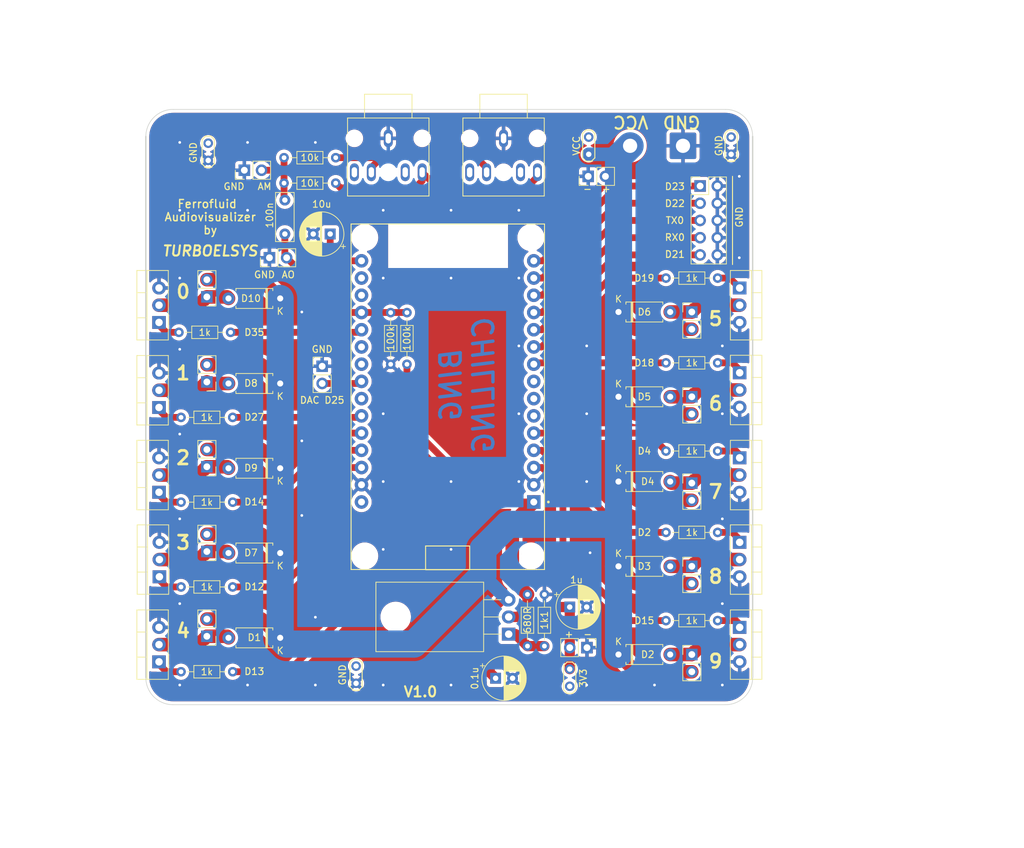
<source format=kicad_pcb>
(kicad_pcb (version 20211014) (generator pcbnew)
  (layers (0 "F.Cu" signal) (31 "B.Cu" signal) (34 "B.Paste" user) (35 "F.Paste" user) (36 "B.SilkS" user "B.Silkscreen") (37 "F.SilkS" user "F.Silkscreen") (38 "B.Mask" user) (39 "F.Mask" user) (44 "Edge.Cuts" user))
  (net 0 "")
  (net 7 "VCC")
  (net 8 "Net-(D1-Pad2)")
  (net 9 "Net-(D2-Pad2)")
  (net 10 "Net-(D3-Pad2)")
  (net 11 "Net-(D4-Pad2)")
  (net 12 "Net-(D5-Pad2)")
  (net 13 "Net-(D6-Pad2)")
  (net 14 "Net-(D7-Pad2)")
  (net 15 "/audio_R")
  (net 16 "GND")
  (net 17 "/audio_L")
  (net 18 "Net-(Q1-Pad1)")
  (net 19 "Net-(Q2-Pad1)")
  (net 20 "Net-(Q3-Pad1)")
  (net 21 "Net-(Q4-Pad1)")
  (net 22 "Net-(Q5-Pad1)")
  (net 23 "Net-(Q6-Pad1)")
  (net 24 "Net-(Q7-Pad1)")
  (net 25 "/pwm1")
  (net 26 "/pwm5")
  (net 27 "/pwm2")
  (net 28 "/pwm6")
  (net 29 "/pwm3")
  (net 30 "/pwm7")
  (net 31 "+3V3")
  (net 32 "/pwm4")
  (net 37 "Net-(R12-Pad1)")
  (net 38 "/audio_offset")
  (net 39 "/audio_mix")
  (net 40 "Net-(D8-Pad2)")
  (net 41 "Net-(D9-Pad2)")
  (net 42 "Net-(Q8-Pad1)")
  (net 43 "Net-(Q9-Pad1)")
  (net 44 "/pwm9")
  (net 45 "/pwm8")
  (net 46 "Net-(D10-Pad2)")
  (net 47 "Net-(Q10-Pad1)")
  (net 48 "/pwm10")
  (net 49 "/DAC")
  (net 53 "/D23")
  (net 54 "/D22")
  (net 55 "/TX0")
  (net 56 "/RX0")
  (net 57 "/D21")
  (net 58 "/EN")
  (footprint "Capacitor_THT:C_Rect_L7.0mm_W2.5mm_P5.00mm" (layer "F.Cu") (at 73 76 -90)
    (fp_text reference "C1")
    (fp_text value "100n")
  )
  (footprint "Capacitor_THT:CP_Radial_D6.3mm_P2.50mm" (layer "F.Cu") (at 79.68238 81 180)
    (fp_text reference "C4")
    (fp_text value "10u")
  )
  (footprint "Resistor_THT:R_Axial_DIN0204_L3.6mm_D1.6mm_P7.62mm_Horizontal" (layer "F.Cu") (at 80.5 69.75 180)
    (fp_text reference "R8")
    (fp_text value "10k")
  )
  (footprint "Resistor_THT:R_Axial_DIN0204_L3.6mm_D1.6mm_P7.62mm_Horizontal" (layer "F.Cu") (at 111.27 141.76 90)
    (fp_text reference "R12")
    (fp_text value "1k1")
  )
  (footprint "Package_TO_SOT_THT:TO-220-3_Vertical" (layer "F.Cu") (at 140.055 126.46 -90)
    (fp_text reference "Q3")
    (fp_text value "Q_NMOS_GDS")
  )
  (footprint "Connector_PinHeader_2.54mm:PinHeader_1x02_P2.54mm_Vertical" (layer "F.Cu") (at 133 130)
    (fp_text reference "J4")
    (fp_text value "magnet")
  )
  (footprint "Diode_THT:D_A-405_P7.62mm_Horizontal" (layer "F.Cu") (at 72.31 140.54 180)
    (fp_text reference "D1")
    (fp_text value "D_Small")
  )
  (footprint "TestPoint:TestPoint_2Pads_Pitch2.54mm_Drill0.8mm" (layer "F.Cu") (at 117.8 69.25 90)
    (fp_text reference "TP1")
    (fp_text value "TestPoint")
  )
  (footprint "Diode_THT:D_A-405_P7.62mm_Horizontal" (layer "F.Cu") (at 122.19 143)
    (fp_text reference "D2")
    (fp_text value "D_Small")
  )
  (footprint "Diode_THT:D_A-405_P7.62mm_Horizontal" (layer "F.Cu") (at 122.19 130)
    (fp_text reference "D3")
    (fp_text value "D_Small")
  )
  (footprint "Resistor_THT:R_Axial_DIN0204_L3.6mm_D1.6mm_P7.62mm_Horizontal" (layer "F.Cu") (at 129.19 125)
    (fp_text reference "R3")
    (fp_text value "1k")
  )
  (footprint "Package_TO_SOT_THT:TO-220-3_Vertical" (layer "F.Cu") (at 54.445 94.04 90)
    (fp_text reference "Q10")
    (fp_text value "Q_NMOS_GDS")
  )
  (footprint "TestPoint:TestPoint_2Pads_Pitch2.54mm_Drill0.8mm" (layer "F.Cu") (at 138.8 69.25 90)
    (fp_text reference "TP3")
    (fp_text value "TestPoint")
  )
  (footprint "Package_TO_SOT_THT:TO-220-3_Vertical" (layer "F.Cu") (at 140.055 114 -90)
    (fp_text reference "Q4")
    (fp_text value "Q_NMOS_GDS")
  )
  (footprint "Diode_THT:D_A-405_P7.62mm_Horizontal" (layer "F.Cu") (at 72.31 128.04 180)
    (fp_text reference "D7")
    (fp_text value "D_Small")
  )
  (footprint "Resistor_THT:R_Axial_DIN0204_L3.6mm_D1.6mm_P7.62mm_Horizontal" (layer "F.Cu") (at 91 92.59 -90)
    (fp_text reference "R9")
    (fp_text value "100k")
  )
  (footprint "TestPoint:TestPoint_2Pads_Pitch2.54mm_Drill0.8mm" (layer "F.Cu") (at 83.5 147.25 90)
    (fp_text reference "TP5")
    (fp_text value "TestPoint")
  )
  (footprint "Package_TO_SOT_THT:TO-220-3_Vertical" (layer "F.Cu") (at 140.055 88.96 -90)
    (fp_text reference "Q6")
    (fp_text value "Q_NMOS_GDS")
  )
  (footprint "SJ1-3555NG:CUI_SJ1-3555NG" (layer "F.Cu") (at 105.246 66.9 -90)
    (fp_text reference "J3")
    (fp_text value "SJ1-3555NG")
  )
  (footprint "Resistor_THT:R_Axial_DIN0204_L3.6mm_D1.6mm_P7.62mm_Horizontal" (layer "F.Cu") (at 129.19 100)
    (fp_text reference "R5")
    (fp_text value "1k")
  )
  (footprint "Connector_PinHeader_2.54mm:PinHeader_1x02_P2.54mm_Vertical" (layer "F.Cu") (at 61.5 115.315 180)
    (fp_text reference "J12")
    (fp_text value "magnet")
  )
  (footprint "Diode_THT:D_A-405_P7.62mm_Horizontal" (layer "F.Cu") (at 72.31 90.5 180)
    (fp_text reference "D10")
    (fp_text value "D_Small")
  )
  (footprint "Resistor_THT:R_Axial_DIN0204_L3.6mm_D1.6mm_P7.62mm_Horizontal" (layer "F.Cu") (at 88.6 100.21 90)
    (fp_text reference "R10")
    (fp_text value "100k")
  )
  (footprint "Package_TO_SOT_THT:TO-220-3_Vertical" (layer "F.Cu") (at 140.055 101.46 -90)
    (fp_text reference "Q5")
    (fp_text value "Q_NMOS_GDS")
  )
  (footprint "Resistor_THT:R_Axial_DIN0204_L3.6mm_D1.6mm_P7.62mm_Horizontal" (layer "F.Cu") (at 80.5 73.5 180)
    (fp_text reference "R7")
    (fp_text value "10k")
  )
  (footprint "Resistor_THT:R_Axial_DIN0204_L3.6mm_D1.6mm_P7.62mm_Horizontal" (layer "F.Cu") (at 65.31 133.04 180)
    (fp_text reference "R11")
    (fp_text value "1k")
  )
  (footprint "Resistor_THT:R_Axial_DIN0204_L3.6mm_D1.6mm_P7.62mm_Horizontal" (layer "F.Cu") (at 65 95.5 180)
    (fp_text reference "R16")
    (fp_text value "1k")
  )
  (footprint "Connector_PinHeader_2.54mm:PinHeader_1x02_P2.54mm_Vertical" (layer "F.Cu") (at 70.725 84.5 90)
    (fp_text reference "J15")
    (fp_text value "Conn_01x02")
  )
  (footprint "Connector_PinHeader_2.54mm:PinHeader_1x02_P2.54mm_Vertical" (layer "F.Cu") (at 67.025 71.6 90)
    (fp_text reference "J14")
    (fp_text value "Conn_01x02")
  )
  (footprint "Diode_THT:D_A-405_P7.62mm_Horizontal" (layer "F.Cu") (at 72.31 103.04 180)
    (fp_text reference "D8")
    (fp_text value "D_Small")
  )
  (footprint "Resistor_THT:R_Axial_DIN0204_L3.6mm_D1.6mm_P7.62mm_Horizontal" (layer "F.Cu") (at 129.19 87.5)
    (fp_text reference "R6")
    (fp_text value "1k")
  )
  (footprint "Connector_PinHeader_2.54mm:PinHeader_1x02_P2.54mm_Vertical" (layer "F.Cu") (at 133 117.725)
    (fp_text reference "J5")
    (fp_text value "magnet")
  )
  (footprint "Resistor_THT:R_Axial_DIN0204_L3.6mm_D1.6mm_P7.62mm_Horizontal" (layer "F.Cu") (at 129.19 138)
    (fp_text reference "R2")
    (fp_text value "1k")
  )
  (footprint "Connector_PinHeader_2.54mm:PinHeader_1x02_P2.54mm_Vertical" (layer "F.Cu") (at 61.5 127.815 180)
    (fp_text reference "J9")
    (fp_text value "magnet")
  )
  (footprint "Connector_PinHeader_2.54mm:PinHeader_1x02_P2.54mm_Vertical" (layer "F.Cu") (at 78.5 100.5)
    (fp_text reference "J18")
    (fp_text value "Conn_01x02")
  )
  (footprint "Connector_PinHeader_2.54mm:PinHeader_1x02_P2.54mm_Vertical" (layer "F.Cu") (at 61.5 102.815 180)
    (fp_text reference "J11")
    (fp_text value "magnet")
  )
  (footprint "Connector_PinHeader_2.54mm:PinHeader_1x02_P2.54mm_Vertical" (layer "F.Cu") (at 61.5 90.275 180)
    (fp_text reference "J13")
    (fp_text value "magnet")
  )
  (footprint "Diode_THT:D_A-405_P7.62mm_Horizontal" (layer "F.Cu") (at 122.19 92.5)
    (fp_text reference "D6")
    (fp_text value "D_Small")
  )
  (footprint "Resistor_THT:R_Axial_DIN0204_L3.6mm_D1.6mm_P7.62mm_Horizontal" (layer "F.Cu") (at 65.31 108.04 180)
    (fp_text reference "R14")
    (fp_text value "1k")
  )
  (footprint "SJ1-3555NG:CUI_SJ1-3555NG" (layer "F.Cu") (at 88.246 66.9 -90)
    (fp_text reference "J6")
    (fp_text value "SJ1-3555NG")
  )
  (footprint "Connector_PinHeader_2.54mm:PinHeader_2x05_P2.54mm_Vertical" (layer "F.Cu") (at 134.225 73.925)
    (fp_text reference "J19")
    (fp_text value "Conn_02x05_Odd_Even")
  )
  (footprint "Package_TO_SOT_THT:TO-220-3_Vertical" (layer "F.Cu") (at 54.5 131.54 90)
    (fp_text reference "Q7")
    (fp_text value "Q_NMOS_GDS")
  )
  (footprint "Package_TO_SOT_THT:TO-220-3_Vertical" (layer "F.Cu") (at 54.445 119.08 90)
    (fp_text reference "Q9")
    (fp_text value "Q_NMOS_GDS")
  )
  (footprint "TestPoint:TestPoint_2Pads_Pitch2.54mm_Drill0.8mm" (layer "F.Cu") (at 115 145.15 -90)
    (fp_text reference "TP4")
    (fp_text value "TestPoint")
  )
  (footprint "Resistor_THT:R_Axial_DIN0204_L3.6mm_D1.6mm_P7.62mm_Horizontal" (layer "F.Cu") (at 108.77 134.14 -90)
    (fp_text reference "R13")
    (fp_text value "680R")
  )
  (footprint "Package_TO_SOT_THT:TO-220-3_Horizontal_TabDown" (layer "F.Cu") (at 106 140 90)
    (fp_text reference "U2")
    (fp_text value "LM317_TO-220")
  )
  (footprint "Diode_THT:D_A-405_P7.62mm_Horizontal" (layer "F.Cu") (at 72.31 115.54 180)
    (fp_text reference "D9")
    (fp_text value "D_Small")
  )
  (footprint "Connector_PinHeader_2.54mm:PinHeader_1x02_P2.54mm_Vertical" (layer "F.Cu") (at 133 143)
    (fp_text reference "J2")
    (fp_text value "magnet")
  )
  (footprint "Resistor_THT:R_Axial_DIN0204_L3.6mm_D1.6mm_P7.62mm_Horizontal" (layer "F.Cu") (at 65.31 120.54 180)
    (fp_text reference "R15")
    (fp_text value "1k")
  )
  (footprint "Connector_PinHeader_2.54mm:PinHeader_1x02_P2.54mm_Vertical" (layer "F.Cu") (at 133 105)
    (fp_text reference "J7")
    (fp_text value "magnet")
  )
  (footprint "Capacitor_THT:CP_Radial_D6.3mm_P2.50mm" (layer "F.Cu") (at 104.072401 146.5)
    (fp_text reference "C2")
    (fp_text value "0.1u")
  )
  (footprint "TestPoint:TestPoint_2Pads_Pitch2.54mm_Drill0.8mm" (layer "F.Cu") (at 61.7 70.15 90)
    (fp_text reference "TP2")
    (fp_text value "TestPoint")
  )
  (footprint "ESP32-DEVKIT-V1:MODULE_ESP32_DEVKIT_V1" (layer "F.Cu") (at 97 105 180)
    (fp_text reference "U1")
    (fp_text value "ESP32-DEVKIT-V1")
  )
  (footprint "Connector_PinHeader_2.54mm:PinHeader_1x02_P2.54mm_Vertical" (layer "F.Cu") (at 61.5 140.315 180)
    (fp_text reference "J1")
    (fp_text value "magnet")
  )
  (footprint "Capacitor_THT:CP_Radial_D6.3mm_P2.50mm" (layer "F.Cu") (at 115 136)
    (fp_text reference "C3")
    (fp_text value "1u")
  )
  (footprint "Package_TO_SOT_THT:TO-220-3_Vertical" (layer "F.Cu") (at 54.445 144.08 90)
    (fp_text reference "Q1")
    (fp_text value "Q_NMOS_GDS")
  )
  (footprint "Resistor_THT:R_Axial_DIN0204_L3.6mm_D1.6mm_P7.62mm_Horizontal" (layer "F.Cu") (at 65.31 145.54 180)
    (fp_text reference "R1")
    (fp_text value "1k")
  )
  (footprint "Package_TO_SOT_THT:TO-220-3_Vertical" (layer "F.Cu") (at 140.055 139 -90)
    (fp_text reference "Q2")
    (fp_text value "Q_NMOS_GDS")
  )
  (footprint "Connector_PinHeader_2.54mm:PinHeader_1x02_P2.54mm_Vertical" (layer "F.Cu") (at 117.725 72.5 90)
    (fp_text reference "J10")
    (fp_text value "Conn_01x02")
  )
  (footprint "Connector_PinHeader_2.54mm:PinHeader_1x02_P2.54mm_Vertical" (layer "F.Cu") (at 133 92.5)
    (fp_text reference "J8")
    (fp_text value "magnet")
  )
  (footprint "Connector_Wire:SolderWire-1.5sqmm_1x02_P7.8mm_D1.7mm_OD3.9mm" (layer "F.Cu") (at 131.7 68 180)
    (fp_text reference "J17")
    (fp_text value "Conn_01x02")
  )
  (footprint "Diode_THT:D_A-405_P7.62mm_Horizontal" (layer "F.Cu") (at 122.19 105)
    (fp_text reference "D5")
    (fp_text value "D_Small")
  )
  (footprint "Resistor_THT:R_Axial_DIN0204_L3.6mm_D1.6mm_P7.62mm_Horizontal" (layer "F.Cu") (at 129.19 113)
    (fp_text reference "R4")
    (fp_text value "1k")
  )
  (footprint "Package_TO_SOT_THT:TO-220-3_Vertical" (layer "F.Cu") (at 54.445 106.58 90)
    (fp_text reference "Q8")
    (fp_text value "Q_NMOS_GDS")
  )
  (footprint "Diode_THT:D_A-405_P7.62mm_Horizontal" (layer "F.Cu") (at 122.19 117.5)
    (fp_text reference "D4")
    (fp_text value "D_Small")
  )
  (footprint "Connector_PinHeader_2.54mm:PinHeader_1x02_P2.54mm_Vertical" (layer "F.Cu") (at 117.545 141.987401 -90)
    (fp_text reference "J16")
    (fp_text value "Conn_01x02")
  )
  (gr_rect (start 93.75 127) (end 100.25 130.5) (layer "F.SilkS") (width 0.15) (fill none))
  (gr_line (start 139 72.5) (end 139 85.5) (layer "F.SilkS") (width 0.15))
  (gr_arc (start 141.971573 146.4) (mid 140.8 149.228427) (end 137.971573 150.4) (layer "Edge.Cuts") (width 0.1))
  (gr_line (start 137.971573 62.628427) (end 56.528427 62.628427) (layer "Edge.Cuts") (width 0.1))
  (gr_arc (start 52.5 66.628427) (mid 53.689932 63.798287) (end 56.528427 62.628427) (layer "Edge.Cuts") (width 0.1))
  (gr_line (start 56.5 150.4) (end 137.971573 150.4) (layer "Edge.Cuts") (width 0.1))
  (gr_arc (start 56.5 150.4) (mid 53.671573 149.228427) (end 52.5 146.4) (layer "Edge.Cuts") (width 0.1))
  (gr_line (start 141.971573 66.628427) (end 141.971573 146.4) (layer "Edge.Cuts") (width 0.2))
  (gr_line (start 52.5 66.628427) (end 52.5 146.4) (layer "Edge.Cuts") (width 0.2))
  (gr_arc (start 137.971573 62.628427) (mid 140.8 63.8) (end 141.971573 66.628427) (layer "Edge.Cuts") (width 0.1))
  (gr_text " BING \nCHILLING" (at 99.9 103.1 90) (layer "B.Cu") (effects (font (size 3 3) (thickness 0.5) italic) (justify mirror)))
  (gr_text "VCC" (at 116 68 90) (layer "F.SilkS") (effects (font (size 1 1) (thickness 0.16))))
  (gr_text "3" (at 58 126.5) (layer "F.SilkS") (effects (font (size 2 2) (thickness 0.4))))
  (gr_text "D2" (at 126 125) (layer "F.SilkS") (effects (font (size 1 1) (thickness 0.16))))
  (gr_text "D15" (at 126 138) (layer "F.SilkS") (effects (font (size 1 1) (thickness 0.16))))
  (gr_text "8" (at 136.5 131.5) (layer "F.SilkS") (effects (font (size 2 2) (thickness 0.4))))
  (gr_text "9\n" (at 136.5 144) (layer "F.SilkS") (effects (font (size 2 2) (thickness 0.4))))
  (gr_text "D21" (at 130.5 84) (layer "F.SilkS") (effects (font (size 1 1) (thickness 0.16))))
  (gr_text "5" (at 136.5 93.5) (layer "F.SilkS") (effects (font (size 2 2) (thickness 0.4))))
  (gr_text "3V3" (at 117 146.5 90) (layer "F.SilkS") (effects (font (size 1 1) (thickness 0.16))))
  (gr_text "GND" (at 140 78.5 90) (layer "F.SilkS") (effects (font (size 1 1) (thickness 0.16))))
  (gr_text "GND" (at 65.5 74) (layer "F.SilkS") (effects (font (size 1 1) (thickness 0.16))))
  (gr_text "GND" (at 131.5 64.5 180) (layer "F.SilkS") (effects (font (size 1.8 1.8) (thickness 0.3))))
  (gr_text "D22" (at 130.5 76.5) (layer "F.SilkS") (effects (font (size 1 1) (thickness 0.16))))
  (gr_text "D18" (at 126 100) (layer "F.SilkS") (effects (font (size 1 1) (thickness 0.16))))
  (gr_text "D35" (at 68.5 95.5) (layer "F.SilkS") (effects (font (size 1 1) (thickness 0.16))))
  (gr_text "D27" (at 68.5 108) (layer "F.SilkS") (effects (font (size 1 1) (thickness 0.16))))
  (gr_text "2" (at 58 114) (layer "F.SilkS") (effects (font (size 2 2) (thickness 0.4))))
  (gr_text "TX0" (at 130.5 79) (layer "F.SilkS") (effects (font (size 1 1) (thickness 0.16))))
  (gr_text "D23" (at 130.5 74) (layer "F.SilkS") (effects (font (size 1 1) (thickness 0.16))))
  (gr_text "0" (at 58 89.5) (layer "F.SilkS") (effects (font (size 2 2) (thickness 0.4))))
  (gr_text "7" (at 136.5 119) (layer "F.SilkS") (effects (font (size 2 2) (thickness 0.4))))
  (gr_text "D12" (at 68.5 133) (layer "F.SilkS") (effects (font (size 1 1) (thickness 0.16))))
  (gr_text "Ferrofluid \nAudiovisualizer\nby" (at 62 78.5) (layer "F.SilkS") (effects (font (size 1.2 1.2) (thickness 0.2))))
  (gr_text "D14" (at 68.5 120.5) (layer "F.SilkS") (effects (font (size 1 1) (thickness 0.16))))
  (gr_text "DAC D25" (at 78.5 105.5) (layer "F.SilkS") (effects (font (size 1 1) (thickness 0.16))))
  (gr_text "+  -" (at 116.275 140) (layer "F.SilkS") (effects (font (size 1 1) (thickness 0.16))))
  (gr_text "GND" (at 137 67.98 90) (layer "F.SilkS") (effects (font (size 1 1) (thickness 0.16))))
  (gr_text "GND" (at 70 87) (layer "F.SilkS") (effects (font (size 1 1) (thickness 0.16))))
  (gr_text "VCC" (at 124 64.5 180) (layer "F.SilkS") (effects (font (size 1.8 1.8) (thickness 0.3))))
  (gr_text "RX0" (at 130.5 81.5) (layer "F.SilkS") (effects (font (size 1 1) (thickness 0.16))))
  (gr_text "D4" (at 126 113) (layer "F.SilkS") (effects (font (size 1 1) (thickness 0.16))))
  (gr_text "6" (at 136.5 106) (layer "F.SilkS") (effects (font (size 2 2) (thickness 0.4))))
  (gr_text "D19" (at 126 87.5) (layer "F.SilkS") (effects (font (size 1 1) (thickness 0.16))))
  (gr_text "GND" (at 78.5 98) (layer "F.SilkS") (effects (font (size 1 1) (thickness 0.16))))
  (gr_text "GND" (at 81.5 146 90) (layer "F.SilkS") (effects (font (size 1 1) (thickness 0.16))))
  (gr_text "4" (at 58 139.5) (layer "F.SilkS") (effects (font (size 2 2) (thickness 0.4))))
  (gr_text "V1.0" (at 93 148.5) (layer "F.SilkS") (effects (font (size 1.5 1.5) (thickness 0.3))))
  (gr_text "AO" (at 73.5 87) (layer "F.SilkS") (effects (font (size 1 1) (thickness 0.16))))
  (gr_text "AM" (at 70 74) (layer "F.SilkS") (effects (font (size 1 1) (thickness 0.16))))
  (gr_text "1" (at 58 101.5) (layer "F.SilkS") (effects (font (size 2 2) (thickness 0.4))))
  (gr_text "TURBOELSYS" (at 62 83.5) (layer "F.SilkS") (effects (font (size 1.5 1.5) (thickness 0.3) italic)))
  (gr_text "+  -" (at 119 74.5 180) (layer "F.SilkS") (effects (font (size 1 1) (thickness 0.16))))
  (gr_text "GND" (at 59.5 69 90) (layer "F.SilkS") (effects (font (size 1 1) (thickness 0.16))))
  (gr_text "D13" (at 68.5 145.5) (layer "F.SilkS") (effects (font (size 1 1) (thickness 0.16))))
  (segment (start 72.31 103.04) (end 69.545 100.275) (width 2) (layer "F.Cu") (net 7))
  (segment (start 122.19 130) (end 124.73 132.54) (width 2) (layer "F.Cu") (net 7))
  (segment (start 69.545 87.735) (end 61.5 87.735) (width 2) (layer "F.Cu") (net 7))
  (segment (start 69.545 137.775) (end 61.5 137.775) (width 2) (layer "F.Cu") (net 7))
  (segment (start 72.31 90.5) (end 69.545 87.735) (width 2) (layer "F.Cu") (net 7))
  (segment (start 103.2 145.627599) (end 104.072401 146.5) (width 1.5) (layer "F.Cu") (net 7))
  (segment (start 69.545 112.775) (end 61.5 112.775) (width 2) (layer "F.Cu") (net 7))
  (segment (start 124.955 120.265) (end 133 120.265) (width 2) (layer "F.Cu") (net 7))
  (segment (start 124.73 107.54) (end 133 107.54) (width 2) (layer "F.Cu") (net 7))
  (segment (start 69.545 100.275) (end 61.5 100.275) (width 2) (layer "F.Cu") (net 7))
  (segment (start 124.73 95.04) (end 133 95.04) (width 2) (layer "F.Cu") (net 7))
  (segment (start 69.545 125.275) (end 61.5 125.275) (width 2) (layer "F.Cu") (net 7))
  (segment (start 122.19 105) (end 124.73 107.54) (width 2) (layer "F.Cu") (net 7))
  (segment (start 104.98 134.92) (end 103.2 136.7) (width 1.5) (layer "F.Cu") (net 7))
  (segment (start 106 134.92) (end 104.98 134.92) (width 1.5) (layer "F.Cu") (net 7))
  (segment (start 72.31 115.54) (end 69.545 112.775) (width 2) (layer "F.Cu") (net 7))
  (segment (start 124.73 145.54) (end 133 145.54) (width 2) (layer "F.Cu") (net 7))
  (segment (start 72.31 128.04) (end 69.545 125.275) (width 2) (layer "F.Cu") (net 7))
  (segment (start 103.2 136.7) (end 103.2 145.627599) (width 1.5) (layer "F.Cu") (net 7))
  (segment (start 122.19 143) (end 124.73 145.54) (width 2) (layer "F.Cu") (net 7))
  (segment (start 124.73 132.54) (end 133 132.54) (width 2) (layer "F.Cu") (net 7))
  (segment (start 122.19 117.5) (end 124.955 120.265) (width 2) (layer "F.Cu") (net 7))
  (segment (start 122.19 92.5) (end 124.73 95.04) (width 2) (layer "F.Cu") (net 7))
  (segment (start 72.31 140.54) (end 69.545 137.775) (width 2) (layer "F.Cu") (net 7))
  (segment (start 123 76) (end 122.19 76.81) (width 2) (layer "B.Cu") (net 7))
  (segment (start 73.229521 141.459521) (end 92.040479 141.459521) (width 4) (layer "B.Cu") (net 7))
  (segment (start 72.31 140.54) (end 73.229521 141.459521) (width 4) (layer "B.Cu") (net 7))
  (segment (start 105.82 134.92) (end 102.2 131.3) (width 2) (layer "B.Cu") (net 7))
  (segment (start 102.2 127.5) (end 102.2 131.3) (width 4) (layer "B.Cu") (net 7))
  (segment (start 72.31 90.5) (end 72.31 103.04) (width 4) (layer "B.Cu") (net 7))
  (segment (start 122.19 69.71) (end 123.9 68) (width 4) (layer "B.Cu") (net 7))
  (segment (start 122.19 92.5) (end 122.19 76.81) (width 4) (layer "B.Cu") (net 7))
  (segment (start 122.19 92.5) (end 122.19 105) (width 4) (layer "B.Cu") (net 7))
  (segment (start 72.31 128.04) (end 72.31 140.54) (width 4) (layer "B.Cu") (net 7))
  (segment (start 72.31 103.04) (end 72.31 115.54) (width 4) (layer "B.Cu") (net 7))
  (segment (start 122.19 105) (end 122.19 117.5) (width 4) (layer "B.Cu") (net 7))
  (segment (start 72.31 115.54) (end 72.31 128.04) (width 4) (layer "B.Cu") (net 7))
  (segment (start 122.19 123.81) (end 105.89 123.81) (width 4) (layer "B.Cu") (net 7))
  (segment (start 117.8 69.25) (end 122.65 69.25) (width 2) (layer "B.Cu") (net 7))
  (segment (start 105.89 123.81) (end 102.2 127.5) (width 4) (layer "B.Cu") (net 7))
  (segment (start 122.19 123.81) (end 122.19 130) (width 4) (layer "B.Cu") (net 7))
  (segment (start 122.19 117.5) (end 122.19 123.81) (width 4) (layer "B.Cu") (net 7))
  (segment (start 92.040479 141.459521) (end 102.2 131.3) (width 4) (layer "B.Cu") (net 7))
  (segment (start 122.19 76.81) (end 122.19 69.71) (width 4) (layer "B.Cu") (net 7))
  (segment (start 106 134.92) (end 105.82 134.92) (width 2) (layer "B.Cu") (net 7))
  (segment (start 122.19 130) (end 122.19 143) (width 4) (layer "B.Cu") (net 7))
  (segment (start 122.65 69.25) (end 123.9 68) (width 2) (layer "B.Cu") (net 7))
  (segment (start 60.275 141.54) (end 61.5 140.315) (width 2) (layer "F.Cu") (net 8))
  (segment (start 64.465 140.315) (end 64.69 140.54) (width 2) (layer "F.Cu") (net 8))
  (segment (start 54.445 141.54) (end 60.275 141.54) (width 2) (layer "F.Cu") (net 8))
  (segment (start 61.5 140.315) (end 64.465 140.315) (width 2) (layer "F.Cu") (net 8))
  (segment (start 140.055 141.54) (end 134.46 141.54) (width 2) (layer "F.Cu") (net 9))
  (segment (start 133 143) (end 129.81 143) (width 2) (layer "F.Cu") (net 9))
  (segment (start 134.46 141.54) (end 133 143) (width 2) (layer "F.Cu") (net 9))
  (segment (start 133 130) (end 129.81 130) (width 2) (layer "F.Cu") (net 10))
  (segment (start 133 130) (end 134 129) (width 2) (layer "F.Cu") (net 10))
  (segment (start 134 129) (end 140.055 129) (width 2) (layer "F.Cu") (net 10))
  (segment (start 134.185 116.54) (end 133 117.725) (width 2) (layer "F.Cu") (net 11))
  (segment (start 130.035 117.725) (end 129.81 117.5) (width 2) (layer "F.Cu") (net 11))
  (segment (start 140.055 116.54) (end 134.185 116.54) (width 2) (layer "F.Cu") (net 11))
  (segment (start 133 117.725) (end 130.035 117.725) (width 2) (layer "F.Cu") (net 11))
  (segment (start 134 104) (end 133 105) (width 2) (layer "F.Cu") (net 12))
  (segment (start 140.055 104) (end 134 104) (width 2) (layer "F.Cu") (net 12))
  (segment (start 133 105) (end 129.81 105) (width 2) (layer "F.Cu") (net 12))
  (segment (start 140.055 91.5) (end 134 91.5) (width 2) (layer "F.Cu") (net 13))
  (segment (start 134 91.5) (end 133 92.5) (width 2) (layer "F.Cu") (net 13))
  (segment (start 133 92.5) (end 129.81 92.5) (width 2) (layer "F.Cu") (net 13))
  (segment (start 64.465 127.815) (end 64.69 128.04) (width 2) (layer "F.Cu") (net 14))
  (segment (start 61.5 127.815) (end 64.465 127.815) (width 2) (layer "F.Cu") (net 14))
  (segment (start 54.5 129) (end 60.315 129) (width 2) (layer "F.Cu") (net 14))
  (segment (start 60.315 129) (end 61.5 127.815) (width 2) (layer "F.Cu") (net 14))
  (segment (start 108.5 74.3) (end 95.646 74.3) (width 1) (layer "F.Cu") (net 15))
  (segment (start 80.5 73.5) (end 81.2 74.2) (width 1) (layer "F.Cu") (net 15))
  (segment (start 92.2 74.2) (end 93.246 73.154) (width 1) (layer "F.Cu") (net 15))
  (segment (start 93.246 73.154) (end 93.246 71.9) (width 1) (layer "F.Cu") (net 15))
  (segment (start 110.246 72.554) (end 108.5 74.3) (width 1) (layer "F.Cu") (net 15))
  (segment (start 81.2 74.2) (end 92.2 74.2) (width 1) (layer "F.Cu") (net 15))
  (segment (start 95.646 74.3) (end 93.246 71.9) (width 1) (layer "F.Cu") (net 15))
  (segment (start 110.246 71.9) (end 110.246 72.554) (width 1) (layer "F.Cu") (net 15))
  (via (at 67.5 147.5) (size 0.8) (drill 0.4) (layers "F.Cu" "B.Cu") (net 16))
  (via (at 137.5 147.5) (size 0.8) (drill 0.4) (layers "F.Cu" "B.Cu") (net 16))
  (via (at 87.5 87.5) (size 0.8) (drill 0.4) (layers "F.Cu" "B.Cu") (net 16))
  (via (at 127.5 147.5) (size 0.8) (drill 0.4) (layers "F.Cu" "B.Cu") (net 16))
  (via (at 75.5 92.5) (size 0.8) (drill 0.4) (layers "F.Cu" "B.Cu") (net 16))
  (via (at 57.5 123) (size 0.8) (drill 0.4) (layers "F.Cu" "B.Cu") (net 16))
  (via (at 107.5 77.5) (size 0.8) (drill 0.4) (layers "F.Cu" "B.Cu") (net 16))
  (via (at 107.5 87.5) (size 0.8) (drill 0.4) (layers "F.Cu" "B.Cu") (net 16))
  (via (at 87.5 117.5) (size 0.8) (drill 0.4) (layers "F.Cu" "B.Cu") (net 16))
  (via (at 140 72.5) (size 0.8) (drill 0.4) (layers "F.Cu" "B.Cu") (net 16))
  (via (at 118 128) (size 0.8) (drill 0.4) (layers "F.Cu" "B.Cu") (net 16))
  (via (at 77.5 147.5) (size 0.8) (drill 0.4) (layers "F.Cu" "B.Cu") (net 16))
  (via (at 97.5 147.5) (size 0.8) (drill 0.4) (layers "F.Cu" "B.Cu") (net 16))
  (via (at 57.5 77.5) (size 0.8) (drill 0.4) (layers "F.Cu" "B.Cu") (net 16))
  (via (at 97.5 87.5) (size 0.8) (drill 0.4) (layers "F.Cu" "B.Cu") (net 16))
  (via (at 137.5 107.5) (size 0.8) (drill 0.4) (layers "F.Cu" "B.Cu") (net 16))
  (via (at 87.5 127.5) (size 0.8) (drill 0.4) (layers "F.Cu" "B.Cu") (net 16))
  (via (at 67.5 77.5) (size 0.8) (drill 0.4) (layers "F.Cu" "B.Cu") (net 16))
  (via (at 107.5 117.5) (size 0.8) (drill 0.4) (layers "F.Cu" "B.Cu") (net 16))
  (via (at 97.5 117.5) (size 0.8) (drill 0.4) (layers "F.Cu" "B.Cu") (net 16))
  (via (at 57.5 87.5) (size 0.8) (drill 0.4) (layers "F.Cu" "B.Cu") (net 16))
  (via (at 137.5 135.5) (size 0.8) (drill 0.4) (layers "F.Cu" "B.Cu") (net 16))
  (via (at 97.5 127.5) (size 0.8) (drill 0.4) (layers "F.Cu" "B.Cu") (net 16))
  (via (at 117.5 97.5) (size 0.8) (drill 0.4) (layers "F.Cu" "B.Cu") (net 16))
  (via (at 75.5 122.5) (size 0.8) (drill 0.4) (layers "F.Cu" "B.Cu") (net 16))
  (via (at 107.5 107.5) (size 0.8) (drill 0.4) (layers "F.Cu" "B.Cu") (net 16))
  (via (at 117.5 117.5) (size 0.8) (drill 0.4) (layers "F.Cu" "B.Cu") (net 16))
  (via (at 77.5 137.5) (size 0.8) (drill 0.4) (layers "F.Cu" "B.Cu") (net 16))
  (via (at 87.5 107.5) (size 0.8) (drill 0.4) (layers "F.Cu" "B.Cu") (net 16))
  (via (at 117.5 147.5) (size 0.8) (drill 0.4) (layers "F.Cu" "B.Cu") (net 16))
  (via (at 107.5 97.5) (size 0.8) (drill 0.4) (layers "F.Cu" "B.Cu") (net 16))
  (via (at 117.5 107.5) (size 0.8) (drill 0.4) (layers "F.Cu" "B.Cu") (net 16))
  (via (at 137.5 123) (size 0.8) (drill 0.4) (layers "F.Cu" "B.Cu") (net 16))
  (via (at 97.5 77.5) (size 0.8) (drill 0.4) (layers "F.Cu" "B.Cu") (net 16))
  (via (at 57.5 147.5) (size 0.8) (drill 0.4) (layers "F.Cu" "B.Cu") (net 16))
  (via (at 57.5 98) (size 0.8) (drill 0.4) (layers "F.Cu" "B.Cu") (net 16))
  (via (at 57.5 135.5) (size 0.8) (drill 0.4) (layers "F.Cu" "B.Cu") (net 16))
  (via (at 140 84.5) (size 0.8) (drill 0.4) (layers "F.Cu" "B.Cu") (net 16))
  (via (at 67.5 67.5) (size 0.8) (drill 0.4) (layers "F.Cu" "B.Cu") (net 16))
  (via (at 77.5 67.5) (size 0.8) (drill 0.4) (layers "F.Cu" "B.Cu") (net 16))
  (via (at 87.5 77.5) (size 0.8) (drill 0.4) (layers "F.Cu" "B.Cu") (net 16))
  (via (at 57.5 110.5) (size 0.8) (drill 0.4) (layers "F.Cu" "B.Cu") (net 16))
  (via (at 87.5 147.5) (size 0.8) (drill 0.4) (layers "F.Cu" "B.Cu") (net 16))
  (via (at 137.5 97.5) (size 0.8) (drill 0.4) (layers "F.Cu" "B.Cu") (net 16))
  (via (at 75.5 111.5) (size 0.8) (drill 0.4) (layers "F.Cu" "B.Cu") (net 16))
  (via (at 57.5 67.5) (size 0.8) (drill 0.4) (layers "F.Cu" "B.Cu") (net 16))
  (segment (start 85.746 71.2) (end 85.746 71.9) (width 1) (layer "F.Cu") (net 17))
  (segment (start 87.196 69.75) (end 80.5 69.75) (width 1) (layer "F.Cu") (net 17))
  (segment (start 101 69.5) (end 87.446 69.5) (width 1) (layer "F.Cu") (net 17))
  (segment (start 87.446 69.5) (end 85.746 71.2) (width 1) (layer "F.Cu") (net 17))
  (segment (start 102.746 71.246) (end 101 69.5) (width 1) (layer "F.Cu") (net 17))
  (segment (start 87.446 69.5) (end 87.196 69.75) (width 1) (layer "F.Cu") (net 17))
  (segment (start 102.746 71.9) (end 102.746 71.246) (width 1) (layer "F.Cu") (net 17))
  (segment (start 55.54 145.54) (end 57.69 145.54) (width 1) (layer "F.Cu") (net 18))
  (segment (start 54.445 144.08) (end 54.445 144.445) (width 1) (layer "F.Cu") (net 18))
  (segment (start 54.445 144.445) (end 55.54 145.54) (width 1) (layer "F.Cu") (net 18))
  (segment (start 140.055 139) (end 140.055 138.555) (width 1) (layer "F.Cu") (net 19))
  (segment (start 139.5 138) (end 136.81 138) (width 1) (layer "F.Cu") (net 19))
  (segment (start 140.055 138.555) (end 139.5 138) (width 1) (layer "F.Cu") (net 19))
  (segment (start 140.055 126.055) (end 139 125) (width 1) (layer "F.Cu") (net 20))
  (segment (start 139 125) (end 136.81 125) (width 1) (layer "F.Cu") (net 20))
  (segment (start 140.055 126.46) (end 140.055 126.055) (width 1) (layer "F.Cu") (net 20))
  (segment (start 140.055 113.555) (end 139.5 113) (width 1) (layer "F.Cu") (net 21))
  (segment (start 140.055 114) (end 140.055 113.555) (width 1) (layer "F.Cu") (net 21))
  (segment (start 139.5 113) (end 136.81 113) (width 1) (layer "F.Cu") (net 21))
  (segment (start 140.055 101.055) (end 139 100) (width 1) (layer "F.Cu") (net 22))
  (segment (start 140.055 101.46) (end 140.055 101.055) (width 1) (layer "F.Cu") (net 22))
  (segment (start 139 100) (end 136.81 100) (width 1) (layer "F.Cu") (net 22))
  (segment (start 136.81 87.5) (end 138.595 87.5) (width 1) (layer "F.Cu") (net 23))
  (segment (start 138.595 87.5) (end 140.055 88.96) (width 1) (layer "F.Cu") (net 23))
  (segment (start 55.54 133.04) (end 57.69 133.04) (width 1) (layer "F.Cu") (net 24))
  (segment (start 54.5 132) (end 55.54 133.04) (width 1) (layer "F.Cu") (net 24))
  (segment (start 54.5 131.54) (end 54.5 132) (width 1) (layer "F.Cu") (net 24))
  (segment (start 82.565 115.435) (end 84.3 115.435) (width 1) (layer "F.Cu") (net 25))
  (segment (start 65.31 145.54) (end 73.46 145.54) (width 1) (layer "F.Cu") (net 25))
  (segment (start 80.5 138.5) (end 80.5 117.5) (width 1) (layer "F.Cu") (net 25))
  (segment (start 73.46 145.54) (end 80.5 138.5) (width 1) (layer "F.Cu") (net 25))
  (segment (start 80.5 117.5) (end 82.565 115.435) (width 1) (layer "F.Cu") (net 25))
  (segment (start 129.19 138) (end 124 138) (width 1) (layer "F.Cu") (net 26))
  (segment (start 110.935 115.435) (end 109.7 115.435) (width 1) (layer "F.Cu") (net 26))
  (segment (start 114 118.5) (end 110.935 115.435) (width 1) (layer "F.Cu") (net 26))
  (segment (start 114 128) (end 114 118.5) (width 1) (layer "F.Cu") (net 26))
  (segment (start 124 138) (end 114 128) (width 1) (layer "F.Cu") (net 26))
  (segment (start 110.895 112.895) (end 109.7 112.895) (width 1) (layer "F.Cu") (net 27))
  (segment (start 123 125) (end 110.895 112.895) (width 1) (layer "F.Cu") (net 27))
  (segment (start 129.19 125) (end 123 125) (width 1) (layer "F.Cu") (net 27))
  (segment (start 126.545 110.355) (end 109.7 110.355) (width 1) (layer "F.Cu") (net 28))
  (segment (start 129.19 113) (end 126.545 110.355) (width 1) (layer "F.Cu") (net 28))
  (segment (start 109.895 100) (end 109.7 100.195) (width 1) (layer "F.Cu") (net 29))
  (segment (start 129.19 100) (end 109.895 100) (width 1) (layer "F.Cu") (net 29))
  (segment (start 110.845 97.655) (end 121 87.5) (width 1) (layer "F.Cu") (net 30))
  (segment (start 109.7 97.655) (end 110.845 97.655) (width 1) (layer "F.Cu") (net 30))
  (segment (start 121 87.5) (end 129.19 87.5) (width 1) (layer "F.Cu") (net 30))
  (segment (start 115.005 141.987401) (end 115.005 136.005) (width 1.5) (layer "F.Cu") (net 31))
  (segment (start 115.005 141.987401) (end 115.005 145.145) (width 1.5) (layer "F.Cu") (net 31))
  (segment (start 106.530479 123.684521) (end 109.7 120.515) (width 2) (layer "F.Cu") (net 31))
  (segment (start 107.44 137.46) (end 108.77 136.13) (width 1.5) (layer "F.Cu") (net 31))
  (segment (start 108.77 134.14) (end 106.530479 131.900479) (width 2) (layer "F.Cu") (net 31))
  (segment (start 91 108.8) (end 102.715 120.515) (width 1) (layer "F.Cu") (net 31))
  (segment (start 109.7 120.515) (end 102.715 120.515) (width 1) (layer "F.Cu") (net 31))
  (segment (start 115.005 145.145) (end 115 145.15) (width 1.5) (layer "F.Cu") (net 31))
  (segment (start 106.530479 131.900479) (end 106.530479 123.684521) (width 2) (layer "F.Cu") (net 31))
  (segment (start 106 137.46) (end 110.477599 137.46) (width 1.5) (layer "F.Cu") (net 31))
  (segment (start 106 137.46) (end 107.44 137.46) (width 1.5) (layer "F.Cu") (net 31))
  (segment (start 91 100.21) (end 91 108.8) (width 1) (layer "F.Cu") (net 31))
  (segment (start 110.477599 137.46) (end 111.937599 136) (width 1.5) (layer "F.Cu") (net 31))
  (segment (start 115.005 136.005) (end 115 136) (width 1.5) (layer "F.Cu") (net 31))
  (segment (start 111.937599 136) (end 115 136) (width 1.5) (layer "F.Cu") (net 31))
  (segment (start 108.77 136.13) (end 108.77 134.14) (width 1.5) (layer "F.Cu") (net 31))
  (segment (start 65.31 133.04) (end 72.46 133.04) (width 1) (layer "F.Cu") (net 32))
  (segment (start 78.5 116.5) (end 82.105 112.895) (width 1) (layer "F.Cu") (net 32))
  (segment (start 82.105 112.895) (end 84.3 112.895) (width 1) (layer "F.Cu") (net 32))
  (segment (start 72.46 133.04) (end 78.5 127) (width 1) (layer "F.Cu") (net 32))
  (segment (start 78.5 127) (end 78.5 116.5) (width 1) (layer "F.Cu") (net 32))
  (segment (start 111.27 141.76) (end 108.77 141.76) (width 1.5) (layer "F.Cu") (net 37))
  (segment (start 107.01 140) (end 108.77 141.76) (width 1.5) (layer "F.Cu") (net 37))
  (segment (start 106 140) (end 107.01 140) (width 1.5) (layer "F.Cu") (net 37))
  (segment (start 73 84.235) (end 73.265 84.5) (width 1) (layer "F.Cu") (net 38))
  (segment (start 73 81) (end 73 84.235) (width 1) (layer "F.Cu") (net 38))
  (segment (start 90.985 92.575) (end 91 92.59) (width 1) (layer "F.Cu") (net 38))
  (segment (start 84.3 92.575) (end 90.985 92.575) (width 1) (layer "F.Cu") (net 38))
  (segment (start 73.265 84.5) (end 81.34 92.575) (width 1) (layer "F.Cu") (net 38))
  (segment (start 81.34 92.575) (end 84.3 92.575) (width 1) (layer "F.Cu") (net 38))
  (segment (start 72.88 71.62) (end 72.88 73.5) (width 1) (layer "F.Cu") (net 39))
  (segment (start 72.88 69.75) (end 72.88 71.62) (width 1) (layer "F.Cu") (net 39))
  (segment (start 72.88 75.88) (end 73 76) (width 1) (layer "F.Cu") (net 39))
  (segment (start 69.565 71.6) (end 72.86 71.6) (width 1) (layer "F.Cu") (net 39))
  (segment (start 72.86 71.6) (end 72.88 71.62) (width 1) (layer "F.Cu") (net 39))
  (segment (start 72.88 73.5) (end 72.88 75.88) (width 1) (layer "F.Cu") (net 39))
  (segment (start 60.275 104.04) (end 54.445 104.04) (width 2) (layer "F.Cu") (net 40))
  (segment (start 64.69 103.04) (end 61.725 103.04) (width 2) (layer "F.Cu") (net 40))
  (segment (start 61.5 102.815) (end 60.275 104.04) (width 2) (layer "F.Cu") (net 40))
  (segment (start 61.725 103.04) (end 61.5 102.815) (width 2) (layer "F.Cu") (net 40))
  (segment (start 64.465 115.315) (end 64.69 115.54) (width 2) (layer "F.Cu") (net 41))
  (segment (start 54.445 116.54) (end 60.275 116.54) (width 2) (layer "F.Cu") (net 41))
  (segment (start 60.275 116.54) (end 61.5 115.315) (width 2) (layer "F.Cu") (net 41))
  (segment (start 61.5 115.315) (end 64.465 115.315) (width 2) (layer "F.Cu") (net 41))
  (segment (start 55.54 108.04) (end 57.69 108.04) (width 1) (layer "F.Cu") (net 42))
  (segment (start 54.445 106.58) (end 54.445 106.945) (width 1) (layer "F.Cu") (net 42))
  (segment (start 54.445 106.945) (end 55.54 108.04) (width 1) (layer "F.Cu") (net 42))
  (segment (start 55.54 120.54) (end 57.69 120.54) (width 1) (layer "F.Cu") (net 43))
  (segment (start 54.445 119.445) (end 55.54 120.54) (width 1) (layer "F.Cu") (net 43))
  (segment (start 54.445 119.08) (end 54.445 119.445) (width 1) (layer "F.Cu") (net 43))
  (segment (start 65.31 108.04) (end 84.075 108.04) (width 1) (layer "F.Cu") (net 44))
  (segment (start 84.075 108.04) (end 84.3 107.815) (width 1) (layer "F.Cu") (net 44))
  (segment (start 70.96 120.54) (end 81.145 110.355) (width 1) (layer "F.Cu") (net 45))
  (segment (start 65.31 120.54) (end 70.96 120.54) (width 1) (layer "F.Cu") (net 45))
  (segment (start 81.145 110.355) (end 84.3 110.355) (width 1) (layer "F.Cu") (net 45))
  (segment (start 54.445 91.5) (end 60.275 91.5) (width 2) (layer "F.Cu") (net 46))
  (segment (start 64.465 90.275) (end 64.69 90.5) (width 2) (layer "F.Cu") (net 46))
  (segment (start 60.275 91.5) (end 61.5 90.275) (width 2) (layer "F.Cu") (net 46))
  (segment (start 61.5 90.275) (end 64.465 90.275) (width 2) (layer "F.Cu") (net 46))
  (segment (start 55.5 95.5) (end 57.38 95.5) (width 1) (layer "F.Cu") (net 47))
  (segment (start 54.445 94.445) (end 55.5 95.5) (width 1) (layer "F.Cu") (net 47))
  (segment (start 54.445 94.04) (end 54.445 94.445) (width 1) (layer "F.Cu") (net 47))
  (segment (start 83.915 95.5) (end 84.3 95.115) (width 1) (layer "F.Cu") (net 48))
  (segment (start 65 95.5) (end 83.915 95.5) (width 1) (layer "F.Cu") (net 48))
  (segment (start 83.995 103.04) (end 84.3 102.735) (width 1) (layer "F.Cu") (net 49))
  (segment (start 78.5 103.04) (end 83.995 103.04) (width 1) (layer "F.Cu") (net 49))
  (segment (start 134.225 73.925) (end 122.075 73.925) (width 1) (layer "F.Cu") (net 53))
  (segment (start 111.045 84.955) (end 109.7 84.955) (width 1) (layer "F.Cu") (net 53))
  (segment (start 122.075 73.925) (end 111.045 84.955) (width 1) (layer "F.Cu") (net 53))
  (segment (start 134.225 76.465) (end 122.035 76.465) (width 1) (layer "F.Cu") (net 54))
  (segment (start 122.035 76.465) (end 111 87.5) (width 1) (layer "F.Cu") (net 54))
  (segment (start 111 87.5) (end 109.705 87.5) (width 1) (layer "F.Cu") (net 54))
  (segment (start 109.705 87.5) (end 109.7 87.495) (width 1) (layer "F.Cu") (net 54))
  (segment (start 110.965 90.035) (end 109.7 90.035) (width 1) (layer "F.Cu") (net 55))
  (segment (start 134.225 79.005) (end 121.995 79.005) (width 1) (layer "F.Cu") (net 55))
  (segment (start 121.995 79.005) (end 110.965 90.035) (width 1) (layer "F.Cu") (net 55))
  (segment (start 121.955 81.545) (end 110.925 92.575) (width 1) (layer "F.Cu") (net 56))
  (segment (start 110.925 92.575) (end 109.7 92.575) (width 1) (layer "F.Cu") (net 56))
  (segment (start 134.225 81.545) (end 121.955 81.545) (width 1) (layer "F.Cu") (net 56))
  (segment (start 134.225 84.085) (end 121.915 84.085) (width 1) (layer "F.Cu") (net 57))
  (segment (start 110.885 95.115) (end 109.7 95.115) (width 1) (layer "F.Cu") (net 57))
  (segment (start 121.915 84.085) (end 110.885 95.115) (width 1) (layer "F.Cu") (net 57))
  (segment (start 81.955 84.955) (end 84.3 84.955) (width 1) (layer "F.Cu") (net 58))
  (segment (start 79.68238 81) (end 79.68238 82.68238) (width 1) (layer "F.Cu") (net 58))
  (segment (start 79.68238 82.68238) (end 81.955 84.955) (width 1) (layer "F.Cu") (net 58))
  (zone (net 16) (net_name "GND") (layer "F.Cu") (connect_pads (clearance 0.508)) (min_thickness 0.254) (fill yes (thermal_gap 0.508) (thermal_bridge_width 0.508))
    (polygon (pts (xy 170.5 169.5) (xy 33 166.5) (xy 31 46.5) (xy 170.5 46.5)))
  )
  (zone (net 16) (net_name "GND") (layer "B.Cu") (connect_pads (clearance 0.508)) (min_thickness 0.254) (fill yes (thermal_gap 0.508) (thermal_bridge_width 0.508))
    (polygon (pts (xy 182 171.5) (xy 44.5 168.5) (xy 42.5 48.5) (xy 182 48.5)))
  )
)
</source>
